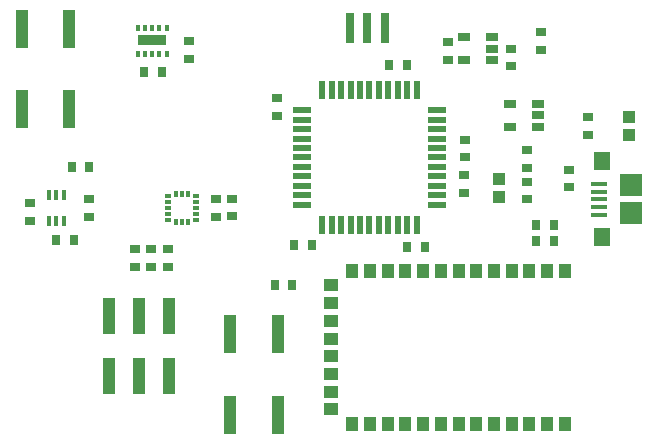
<source format=gtp>
G04*
G04 #@! TF.GenerationSoftware,Altium Limited,Altium Designer,19.1.5 (86)*
G04*
G04 Layer_Color=8421504*
%FSLAX44Y44*%
%MOMM*%
G71*
G01*
G75*
%ADD18R,0.8000X2.6000*%
%ADD19R,0.4000X0.6000*%
%ADD20R,2.4130X0.8800*%
%ADD21R,0.7000X0.9000*%
%ADD22R,0.9000X0.7000*%
%ADD23R,0.3000X0.6000*%
%ADD24R,0.6000X0.3000*%
%ADD25R,1.0000X3.1500*%
%ADD26R,1.0000X0.7000*%
%ADD27R,1.3000X1.0000*%
%ADD28R,1.0000X1.3000*%
%ADD29R,0.3500X0.8500*%
%ADD30R,1.0000X3.2000*%
G04:AMPARAMS|DCode=31|XSize=0.95mm|YSize=0.95mm|CornerRadius=0mm|HoleSize=0mm|Usage=FLASHONLY|Rotation=90.000|XOffset=0mm|YOffset=0mm|HoleType=Round|Shape=RoundedRectangle|*
%AMROUNDEDRECTD31*
21,1,0.9500,0.9500,0,0,90.0*
21,1,0.9500,0.9500,0,0,90.0*
1,1,0.0000,0.4750,0.4750*
1,1,0.0000,0.4750,-0.4750*
1,1,0.0000,-0.4750,-0.4750*
1,1,0.0000,-0.4750,0.4750*
%
%ADD31ROUNDEDRECTD31*%
%ADD32R,1.5000X0.6000*%
%ADD33R,0.6000X1.5000*%
%ADD34R,1.1000X0.6500*%
%ADD35R,1.9000X1.9000*%
%ADD36R,1.4000X1.6000*%
%ADD37R,1.3500X0.4000*%
D18*
X294372Y-22606D02*
D03*
X309372D02*
D03*
X324372D02*
D03*
D19*
X115316Y-44458D02*
D03*
X121316D02*
D03*
X127316D02*
D03*
X133316D02*
D03*
X139316D02*
D03*
Y-22458D02*
D03*
X133316D02*
D03*
X127316D02*
D03*
X121316D02*
D03*
X115316D02*
D03*
D20*
X127000Y-32512D02*
D03*
D21*
X135262Y-59944D02*
D03*
X120262D02*
D03*
X59048Y-140208D02*
D03*
X74048D02*
D03*
X245752Y-240030D02*
D03*
X230752D02*
D03*
X467494Y-189230D02*
D03*
X452494D02*
D03*
X467494Y-202692D02*
D03*
X452494D02*
D03*
X262262Y-206248D02*
D03*
X247262D02*
D03*
X46094Y-202184D02*
D03*
X61094D02*
D03*
X343034Y-53848D02*
D03*
X328034D02*
D03*
X358020Y-208280D02*
D03*
X343020D02*
D03*
D22*
X112776Y-224670D02*
D03*
Y-209670D02*
D03*
X495808Y-97910D02*
D03*
Y-112910D02*
D03*
X444500Y-126104D02*
D03*
Y-141104D02*
D03*
X126238Y-209670D02*
D03*
Y-224670D02*
D03*
X140716Y-209670D02*
D03*
Y-224670D02*
D03*
X444246Y-167520D02*
D03*
Y-152520D02*
D03*
X377444Y-49410D02*
D03*
Y-34410D02*
D03*
X431038Y-54998D02*
D03*
Y-39998D02*
D03*
X232918Y-81908D02*
D03*
Y-96908D02*
D03*
X158496Y-48782D02*
D03*
Y-33782D02*
D03*
X195072Y-181998D02*
D03*
Y-166998D02*
D03*
X181102Y-182252D02*
D03*
Y-167252D02*
D03*
X23622Y-170554D02*
D03*
Y-185554D02*
D03*
X73406Y-167506D02*
D03*
Y-182506D02*
D03*
X391160Y-162320D02*
D03*
Y-147320D02*
D03*
X480060Y-142360D02*
D03*
Y-157360D02*
D03*
X456438Y-26028D02*
D03*
Y-41028D02*
D03*
X392430Y-116960D02*
D03*
Y-131960D02*
D03*
D23*
X147592Y-162926D02*
D03*
X152592D02*
D03*
X157592D02*
D03*
Y-186926D02*
D03*
X152592D02*
D03*
X147592D02*
D03*
D24*
X164592Y-164926D02*
D03*
Y-169926D02*
D03*
Y-174926D02*
D03*
Y-179926D02*
D03*
Y-184926D02*
D03*
X140592D02*
D03*
Y-179926D02*
D03*
Y-174926D02*
D03*
Y-169926D02*
D03*
Y-164926D02*
D03*
D25*
X116078Y-316842D02*
D03*
Y-266342D02*
D03*
X141478Y-316842D02*
D03*
Y-266342D02*
D03*
X90678Y-316842D02*
D03*
Y-266342D02*
D03*
D26*
X391036Y-49378D02*
D03*
Y-30378D02*
D03*
X415036Y-49378D02*
D03*
Y-39878D02*
D03*
Y-30378D02*
D03*
D27*
X278560Y-285386D02*
D03*
Y-240386D02*
D03*
Y-255386D02*
D03*
Y-270386D02*
D03*
Y-300386D02*
D03*
Y-315386D02*
D03*
Y-330386D02*
D03*
Y-345386D02*
D03*
D28*
X296560Y-357886D02*
D03*
X311560D02*
D03*
X326560D02*
D03*
X341560D02*
D03*
X356560D02*
D03*
X371560D02*
D03*
X386560D02*
D03*
X401560D02*
D03*
X416560D02*
D03*
X431560D02*
D03*
X446560D02*
D03*
X461560D02*
D03*
X476560D02*
D03*
Y-227886D02*
D03*
X461560D02*
D03*
X446560D02*
D03*
X431560D02*
D03*
X416560D02*
D03*
X401560D02*
D03*
X386560D02*
D03*
X371560D02*
D03*
X356560D02*
D03*
X341560D02*
D03*
X326560D02*
D03*
X311560D02*
D03*
X296560D02*
D03*
D29*
X52474Y-163752D02*
D03*
X45974D02*
D03*
X39474D02*
D03*
X52474Y-185752D02*
D03*
X45974D02*
D03*
X39474D02*
D03*
D30*
X193360Y-281722D02*
D03*
X233360D02*
D03*
X193360Y-349722D02*
D03*
X233360D02*
D03*
X16576Y-23404D02*
D03*
X56576D02*
D03*
X16576Y-91404D02*
D03*
X56576D02*
D03*
D31*
X420878Y-150234D02*
D03*
Y-165234D02*
D03*
X530860Y-113164D02*
D03*
Y-98164D02*
D03*
D32*
X368650Y-172080D02*
D03*
Y-164080D02*
D03*
Y-156080D02*
D03*
Y-148080D02*
D03*
Y-140080D02*
D03*
Y-132080D02*
D03*
Y-124080D02*
D03*
Y-116080D02*
D03*
Y-108080D02*
D03*
Y-100080D02*
D03*
Y-92080D02*
D03*
X253650D02*
D03*
Y-100080D02*
D03*
Y-108080D02*
D03*
Y-116080D02*
D03*
Y-124080D02*
D03*
Y-132080D02*
D03*
Y-140080D02*
D03*
Y-148080D02*
D03*
Y-156080D02*
D03*
Y-164080D02*
D03*
Y-172080D02*
D03*
D33*
X351150Y-74580D02*
D03*
X343150D02*
D03*
X335150D02*
D03*
X327150D02*
D03*
X319150D02*
D03*
X311150D02*
D03*
X303150D02*
D03*
X295150D02*
D03*
X287150D02*
D03*
X279150D02*
D03*
X271150D02*
D03*
Y-189580D02*
D03*
X279150D02*
D03*
X287150D02*
D03*
X295150D02*
D03*
X303150D02*
D03*
X311150D02*
D03*
X319150D02*
D03*
X327150D02*
D03*
X335150D02*
D03*
X343150D02*
D03*
X351150D02*
D03*
D34*
X454004Y-105911D02*
D03*
Y-96411D02*
D03*
Y-86911D02*
D03*
X430004D02*
D03*
Y-105911D02*
D03*
D35*
X532210Y-155490D02*
D03*
Y-179490D02*
D03*
D36*
X507710Y-135490D02*
D03*
Y-199490D02*
D03*
D37*
X505460Y-154490D02*
D03*
Y-160990D02*
D03*
Y-167490D02*
D03*
Y-173990D02*
D03*
Y-180490D02*
D03*
M02*

</source>
